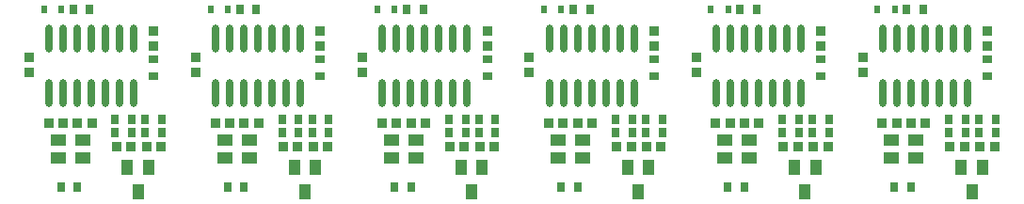
<source format=gtp>
G04*
G04 #@! TF.GenerationSoftware,Altium Limited,Altium Designer,18.1.6 (161)*
G04*
G04 Layer_Color=8421504*
%FSLAX24Y24*%
%MOIN*%
G70*
G01*
G75*
%ADD10R,0.0394X0.0551*%
%ADD12R,0.0236X0.0315*%
%ADD13O,0.0276X0.0984*%
%ADD14R,0.0354X0.0335*%
%ADD15R,0.0335X0.0354*%
%ADD16R,0.0256X0.0335*%
%ADD17R,0.0335X0.0256*%
%ADD29R,0.0528X0.0429*%
D10*
X4783Y31220D02*
D03*
X4035D02*
D03*
X4409Y30354D02*
D03*
X10689Y31220D02*
D03*
X9941D02*
D03*
X10315Y30354D02*
D03*
X16594Y31220D02*
D03*
X15846D02*
D03*
X16220Y30354D02*
D03*
X22500Y31220D02*
D03*
X21752D02*
D03*
X22126Y30354D02*
D03*
X28406Y31220D02*
D03*
X27657D02*
D03*
X28031Y30354D02*
D03*
X34311Y31220D02*
D03*
X33563D02*
D03*
X33937Y30354D02*
D03*
D12*
X1683Y36811D02*
D03*
X1073D02*
D03*
X7589D02*
D03*
X6978D02*
D03*
X13494D02*
D03*
X12884D02*
D03*
X19400D02*
D03*
X18789D02*
D03*
X25305D02*
D03*
X24695D02*
D03*
X31211D02*
D03*
X30600D02*
D03*
D13*
X4256Y35768D02*
D03*
X3756D02*
D03*
X3256D02*
D03*
X2756D02*
D03*
X2256D02*
D03*
X1756D02*
D03*
X1256D02*
D03*
X4256Y33839D02*
D03*
X3756D02*
D03*
X3256D02*
D03*
X2756D02*
D03*
X2256D02*
D03*
X1756D02*
D03*
X1256D02*
D03*
X10161Y35768D02*
D03*
X9661D02*
D03*
X9161D02*
D03*
X8661D02*
D03*
X8161D02*
D03*
X7661D02*
D03*
X7161D02*
D03*
X10161Y33839D02*
D03*
X9661D02*
D03*
X9161D02*
D03*
X8661D02*
D03*
X8161D02*
D03*
X7661D02*
D03*
X7161D02*
D03*
X16067Y35768D02*
D03*
X15567D02*
D03*
X15067D02*
D03*
X14567D02*
D03*
X14067D02*
D03*
X13567D02*
D03*
X13067D02*
D03*
X16067Y33839D02*
D03*
X15567D02*
D03*
X15067D02*
D03*
X14567D02*
D03*
X14067D02*
D03*
X13567D02*
D03*
X13067D02*
D03*
X21972Y35768D02*
D03*
X21472D02*
D03*
X20972D02*
D03*
X20472D02*
D03*
X19972D02*
D03*
X19472D02*
D03*
X18972D02*
D03*
X21972Y33839D02*
D03*
X21472D02*
D03*
X20972D02*
D03*
X20472D02*
D03*
X19972D02*
D03*
X19472D02*
D03*
X18972D02*
D03*
X27878Y35768D02*
D03*
X27378D02*
D03*
X26878D02*
D03*
X26378D02*
D03*
X25878D02*
D03*
X25378D02*
D03*
X24878D02*
D03*
X27878Y33839D02*
D03*
X27378D02*
D03*
X26878D02*
D03*
X26378D02*
D03*
X25878D02*
D03*
X25378D02*
D03*
X24878D02*
D03*
X33783Y35768D02*
D03*
X33283D02*
D03*
X32783D02*
D03*
X32283D02*
D03*
X31783D02*
D03*
X31283D02*
D03*
X30783D02*
D03*
X33783Y33839D02*
D03*
X33283D02*
D03*
X32783D02*
D03*
X32283D02*
D03*
X31783D02*
D03*
X31283D02*
D03*
X30783D02*
D03*
D14*
X3642Y31929D02*
D03*
X4154D02*
D03*
X2776Y32756D02*
D03*
X2264D02*
D03*
X5217Y31929D02*
D03*
X4705D02*
D03*
X1752Y32756D02*
D03*
X1240D02*
D03*
X9547Y31929D02*
D03*
X10059D02*
D03*
X8681Y32756D02*
D03*
X8169D02*
D03*
X11122Y31929D02*
D03*
X10610D02*
D03*
X7657Y32756D02*
D03*
X7146D02*
D03*
X15453Y31929D02*
D03*
X15965D02*
D03*
X14587Y32756D02*
D03*
X14075D02*
D03*
X17028Y31929D02*
D03*
X16516D02*
D03*
X13563Y32756D02*
D03*
X13051D02*
D03*
X21358Y31929D02*
D03*
X21870D02*
D03*
X20492Y32756D02*
D03*
X19980D02*
D03*
X22933Y31929D02*
D03*
X22421D02*
D03*
X19468Y32756D02*
D03*
X18957D02*
D03*
X27264Y31929D02*
D03*
X27776D02*
D03*
X26398Y32756D02*
D03*
X25886D02*
D03*
X28839Y31929D02*
D03*
X28327D02*
D03*
X25374Y32756D02*
D03*
X24862D02*
D03*
X33169Y31929D02*
D03*
X33681D02*
D03*
X32303Y32756D02*
D03*
X31791D02*
D03*
X34744Y31929D02*
D03*
X34232D02*
D03*
X31280Y32756D02*
D03*
X30768D02*
D03*
D15*
X551Y35098D02*
D03*
Y34587D02*
D03*
X4961Y35512D02*
D03*
Y36024D02*
D03*
X6457Y35098D02*
D03*
Y34587D02*
D03*
X10866Y35512D02*
D03*
Y36024D02*
D03*
X12362Y35098D02*
D03*
Y34587D02*
D03*
X16772Y35512D02*
D03*
Y36024D02*
D03*
X18268Y35098D02*
D03*
Y34587D02*
D03*
X22677Y35512D02*
D03*
Y36024D02*
D03*
X24173Y35098D02*
D03*
Y34587D02*
D03*
X28583Y35512D02*
D03*
Y36024D02*
D03*
X30079Y35098D02*
D03*
Y34587D02*
D03*
X34488Y35512D02*
D03*
Y36024D02*
D03*
D16*
X4665Y32913D02*
D03*
X5256D02*
D03*
X2106Y36811D02*
D03*
X2697D02*
D03*
X5256Y32441D02*
D03*
X4665D02*
D03*
X2264Y30512D02*
D03*
X1673D02*
D03*
X4193Y32913D02*
D03*
X3602D02*
D03*
X4193Y32441D02*
D03*
X3602D02*
D03*
X10571Y32913D02*
D03*
X11161D02*
D03*
X8012Y36811D02*
D03*
X8602D02*
D03*
X11161Y32441D02*
D03*
X10571D02*
D03*
X8169Y30512D02*
D03*
X7579D02*
D03*
X10098Y32913D02*
D03*
X9508D02*
D03*
X10098Y32441D02*
D03*
X9508D02*
D03*
X16476Y32913D02*
D03*
X17067D02*
D03*
X13917Y36811D02*
D03*
X14508D02*
D03*
X17067Y32441D02*
D03*
X16476D02*
D03*
X14075Y30512D02*
D03*
X13484D02*
D03*
X16004Y32913D02*
D03*
X15413D02*
D03*
X16004Y32441D02*
D03*
X15413D02*
D03*
X22382Y32913D02*
D03*
X22972D02*
D03*
X19823Y36811D02*
D03*
X20413D02*
D03*
X22972Y32441D02*
D03*
X22382D02*
D03*
X19980Y30512D02*
D03*
X19390D02*
D03*
X21909Y32913D02*
D03*
X21319D02*
D03*
X21909Y32441D02*
D03*
X21319D02*
D03*
X28287Y32913D02*
D03*
X28878D02*
D03*
X25728Y36811D02*
D03*
X26319D02*
D03*
X28878Y32441D02*
D03*
X28287D02*
D03*
X25886Y30512D02*
D03*
X25295D02*
D03*
X27815Y32913D02*
D03*
X27224D02*
D03*
X27815Y32441D02*
D03*
X27224D02*
D03*
X34193Y32913D02*
D03*
X34783D02*
D03*
X31634Y36811D02*
D03*
X32224D02*
D03*
X34783Y32441D02*
D03*
X34193D02*
D03*
X31791Y30512D02*
D03*
X31201D02*
D03*
X33720Y32913D02*
D03*
X33130D02*
D03*
X33720Y32441D02*
D03*
X33130D02*
D03*
D17*
X4961Y34440D02*
D03*
Y35031D02*
D03*
X10866Y34440D02*
D03*
Y35031D02*
D03*
X16772Y34440D02*
D03*
Y35031D02*
D03*
X22677Y34440D02*
D03*
Y35031D02*
D03*
X28583Y34440D02*
D03*
Y35031D02*
D03*
X34488Y34440D02*
D03*
Y35031D02*
D03*
D29*
X2441Y32165D02*
D03*
X1575D02*
D03*
Y31535D02*
D03*
X2441D02*
D03*
X8346Y32165D02*
D03*
X7480D02*
D03*
Y31535D02*
D03*
X8346D02*
D03*
X14252Y32165D02*
D03*
X13386D02*
D03*
Y31535D02*
D03*
X14252D02*
D03*
X20157Y32165D02*
D03*
X19291D02*
D03*
Y31535D02*
D03*
X20157D02*
D03*
X26063Y32165D02*
D03*
X25197D02*
D03*
Y31535D02*
D03*
X26063D02*
D03*
X31969Y32165D02*
D03*
X31102D02*
D03*
Y31535D02*
D03*
X31969D02*
D03*
M02*

</source>
